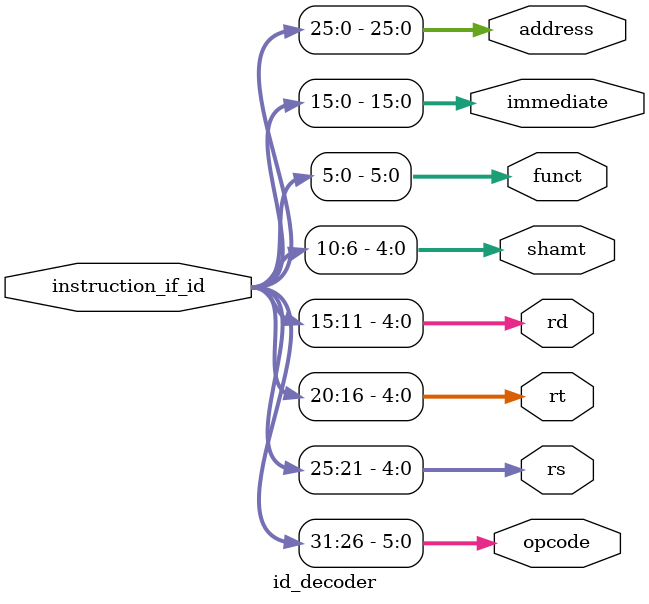
<source format=sv>
`ifndef _id_decoder
`define _id_decoder

`timescale 1ns / 1ps

module id_decoder(
	input wire [31 : 0] instruction_if_id,
	output wire [5 : 0] opcode,
	output wire [4 : 0] rs,
	output wire [4 : 0] rt,
	output wire [4 : 0] rd,
	output wire [4 : 0] shamt,
	output wire [5 : 0] funct,
	output wire [15 : 0 ] immediate,
	output wire [25 : 0 ] address
    );
	
	assign opcode = instruction_if_id[31 : 26];
	assign rs = instruction_if_id[25 : 21];
	assign rt  = instruction_if_id[20 : 16];
	assign rd  = instruction_if_id[15 : 11];
	assign shamt  = instruction_if_id[10 : 6];
	assign funct = instruction_if_id[5 : 0];
	assign immediate = instruction_if_id[15 : 0];
	assign address = instruction_if_id[25 : 0];
endmodule

`endif
</source>
